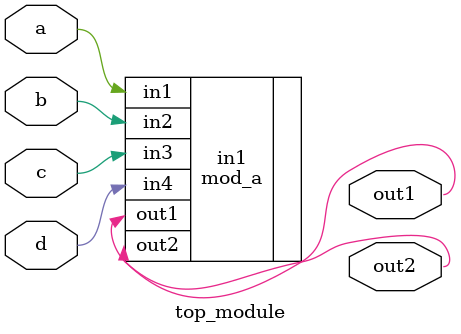
<source format=v>
module top_module ( 
    input a, 
    input b, 
    input c,
    input d,
    output out1,
    output out2
);
    mod_a in1(.in1(a),.in2(b),.in3(c),.in4(d),.out1(out1),.out2(out2));
              
    

endmodule
</source>
